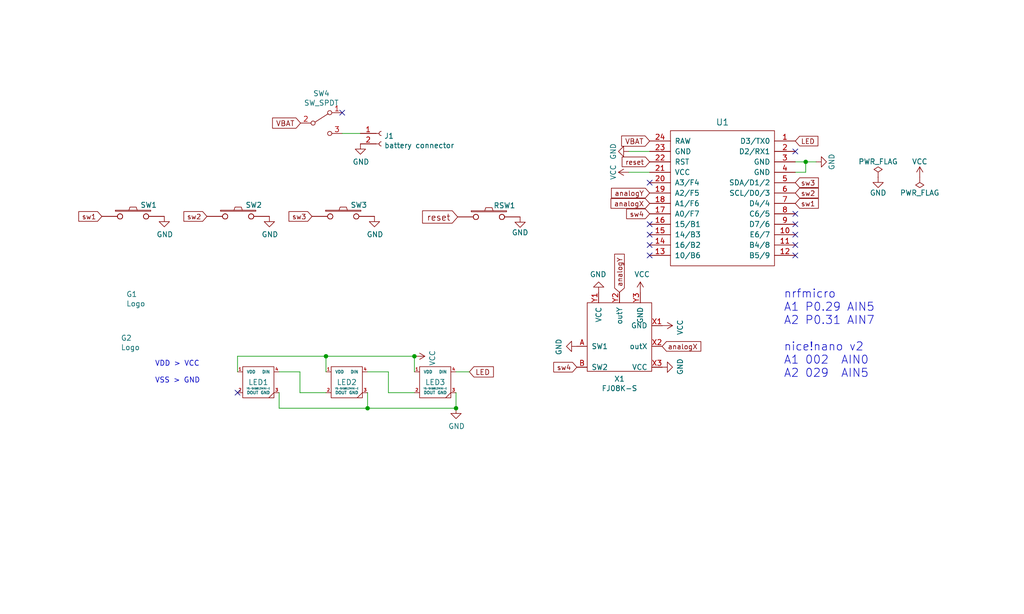
<source format=kicad_sch>
(kicad_sch (version 20211123) (generator eeschema)
  (paper "User" 250.012 150.012)
  (title_block (title "ANU") (date "2021-10-15") (rev "0.1") (company "Aroum"))
  (lib_symbols
    (symbol "Connector:Conn_01x02_Female" (pin_names (offset 1.016) hide)
      (property "Reference" "J" (at 0 2.54 0))
      (property "Value" "Conn_01x02_Female" (at 0 -5.08 0))
      (symbol "Conn_01x02_Female_1_1"
        (arc (start 0 -2.032) (mid -0.508 -2.54) (end 0 -3.048) (stroke (width 0.1524)))
        (polyline (pts (xy -1.27 -2.54) (xy -0.508 -2.54)) (stroke (width 0.1524)))
        (polyline (pts (xy -1.27 0) (xy -0.508 0)) (stroke (width 0.1524)))
        (arc (start 0 0.508) (mid -0.508 0) (end 0 -0.508) (stroke (width 0.1524)))
        (pin passive line (at -5.08 0 0) (length 3.81) (name "Pin_1") (number "1"))
        (pin passive line (at -5.08 -2.54 0) (length 3.81) (name "Pin_2") (number "2"))
      )
    )
    (symbol "Switch:SW_SPDT" (pin_names (offset 0) hide)
      (property "Reference" "SW" (at 0 4.318 0))
      (property "Value" "SW_SPDT" (at 0 -5.08 0))
      (symbol "SW_SPDT_0_0"
        (circle (center -2.032 0) (radius 0.508))
        (circle (center 2.032 -2.54) (radius 0.508))
      )
      (symbol "SW_SPDT_0_1"
        (polyline (pts (xy -1.524 0.254) (xy 1.651 2.286)))
        (circle (center 2.032 2.54) (radius 0.508))
      )
      (symbol "SW_SPDT_1_1"
        (pin passive line (at 5.08 2.54 180) (length 2.54) (name "A") (number "1"))
        (pin passive line (at -5.08 0 0) (length 2.54) (name "B") (number "2"))
        (pin passive line (at 5.08 -2.54 180) (length 2.54) (name "C") (number "3"))
      )
    )
    (symbol "anu_lib:FJ08K-S" (pin_names (offset 1.016))
      (property "Reference" "X" (at -0.762 -0.254 0))
      (property "Value" "anu_lib_FJ08K-S" (at -0.254 -5.588 0))
      (symbol "FJ08K-S_0_0"
        (pin passive line (at -10.414 -3.556 0) (length 2.54) (name "SW1") (number "A"))
        (pin passive line (at -10.414 -8.636 0) (length 2.54) (name "SW2") (number "B"))
        (pin passive line (at 10.414 1.524 180) (length 2.54) (name "GND") (number "X1"))
        (pin passive line (at 10.414 -3.556 180) (length 2.54) (name "outX") (number "X2"))
        (pin passive line (at 10.414 -8.636 180) (length 2.54) (name "VCC") (number "X3"))
        (pin passive line (at -5.08 9.652 270) (length 2.54) (name "VCC") (number "Y1"))
        (pin passive line (at 0 9.652 270) (length 2.54) (name "outY") (number "Y2"))
        (pin passive line (at 5.08 9.652 270) (length 2.54) (name "GND") (number "Y3"))
      )
      (symbol "FJ08K-S_0_1"
        (rectangle (start -7.874 7.112) (end 7.874 -9.652))
      )
    )
    (symbol "anu_lib:Logo" (pin_names (offset 1.016))
      (property "Reference" "U" (at -0.254 1.778 0))
      (property "Value" "anu_lib_Logo" (at -0.254 0.254 0))
    )
    (symbol "anu_lib:ProMicro_r" (pin_names (offset 1.016))
      (property "Reference" "U" (at 1.27 22.86 0))
      (property "Value" "anu_lib_ProMicro_r" (at 1.27 -15.24 0))
      (symbol "ProMicro_r_0_1"
        (rectangle (start 13.97 20.32) (end -11.43 -12.7))
      )
      (symbol "ProMicro_r_1_1"
        (pin bidirectional line (at 19.05 17.78 180) (length 5.08) (name "D3/TX0") (number "1"))
        (pin bidirectional line (at 19.05 -5.08 180) (length 5.08) (name "E6/7") (number "10"))
        (pin bidirectional line (at 19.05 -7.62 180) (length 5.08) (name "B4/8") (number "11"))
        (pin bidirectional line (at 19.05 -10.16 180) (length 5.08) (name "B5/9") (number "12"))
        (pin bidirectional line (at -16.51 -10.16 0) (length 5.08) (name "10/B6") (number "13"))
        (pin bidirectional line (at -16.51 -7.62 0) (length 5.08) (name "16/B2") (number "14"))
        (pin bidirectional line (at -16.51 -5.08 0) (length 5.08) (name "14/B3") (number "15"))
        (pin bidirectional line (at -16.51 -2.54 0) (length 5.08) (name "15/B1") (number "16"))
        (pin bidirectional line (at -16.51 0 0) (length 5.08) (name "A0/F7") (number "17"))
        (pin bidirectional line (at -16.51 2.54 0) (length 5.08) (name "A1/F6") (number "18"))
        (pin bidirectional line (at -16.51 5.08 0) (length 5.08) (name "A2/F5") (number "19"))
        (pin bidirectional line (at 19.05 15.24 180) (length 5.08) (name "D2/RX1") (number "2"))
        (pin bidirectional line (at -16.51 7.62 0) (length 5.08) (name "A3/F4") (number "20"))
        (pin power_in line (at -16.51 10.16 0) (length 5.08) (name "VCC") (number "21"))
        (pin input line (at -16.51 12.7 0) (length 5.08) (name "RST") (number "22"))
        (pin power_in line (at -16.51 15.24 0) (length 5.08) (name "GND") (number "23"))
        (pin power_out line (at -16.51 17.78 0) (length 5.08) (name "RAW") (number "24"))
        (pin power_in line (at 19.05 12.7 180) (length 5.08) (name "GND") (number "3"))
        (pin power_in line (at 19.05 10.16 180) (length 5.08) (name "GND") (number "4"))
        (pin bidirectional line (at 19.05 7.62 180) (length 5.08) (name "SDA/D1/2") (number "5"))
        (pin bidirectional line (at 19.05 5.08 180) (length 5.08) (name "SCL/D0/3") (number "6"))
        (pin bidirectional line (at 19.05 2.54 180) (length 5.08) (name "D4/4") (number "7"))
        (pin bidirectional line (at 19.05 0 180) (length 5.08) (name "C6/5") (number "8"))
        (pin bidirectional line (at 19.05 -2.54 180) (length 5.08) (name "D7/6") (number "9"))
      )
    )
    (symbol "anu_lib:SW_PUSH" (pin_numbers hide) (pin_names (offset 1.016) hide)
      (property "Reference" "SW" (at 3.81 2.794 0))
      (property "Value" "anu_lib_SW_PUSH" (at 0 -2.032 0))
      (symbol "SW_PUSH_0_1"
        (rectangle (start -4.318 1.27) (end 4.318 1.524))
        (polyline (pts (xy -1.016 1.524) (xy -0.762 2.286) (xy 0.762 2.286) (xy 1.016 1.524)))
        (pin passive inverted (at -7.62 0 0) (length 5.08) (name "1") (number "1"))
        (pin passive inverted (at 7.62 0 180) (length 5.08) (name "2") (number "2"))
      )
    )
    (symbol "anu_lib:YS-SK6812MINI-E" (pin_names (offset 1.016))
      (property "Reference" "LED" (at 0 0 0))
      (property "Value" "anu_lib_YS-SK6812MINI-E" (at 0 -1.524 0))
      (symbol "YS-SK6812MINI-E_0_1"
        (rectangle (start -3.81 3.81) (end 3.81 -3.81))
        (polyline (pts (xy 2.54 -3.81) (xy 3.81 -2.54)))
      )
      (symbol "YS-SK6812MINI-E_1_1"
        (pin power_in line (at -5.08 2.54 0) (length 1.1938) (name "VDD") (number "1"))
        (pin output line (at -5.08 -2.54 0) (length 1.1938) (name "DOUT") (number "2"))
        (pin power_in line (at 5.08 -2.54 180) (length 1.1938) (name "GND") (number "3"))
        (pin input line (at 5.08 2.54 180) (length 1.1938) (name "DIN") (number "4"))
      )
    )
    (symbol "power:GND" (power) (pin_names (offset 0))
      (property "Value" "GND" (at 0 -3.81 0))
      (symbol "GND_0_1"
        (polyline (pts (xy 0 0) (xy 0 -1.27) (xy 1.27 -1.27) (xy 0 -2.54) (xy -1.27 -1.27) (xy 0 -1.27)))
      )
      (symbol "GND_1_1"
        (pin power_in line (at 0 0 270) (length 0) hide (name "GND") (number "1"))
      )
    )
    (symbol "power:PWR_FLAG" (power) (pin_numbers hide) (pin_names (offset 0) hide)
      (property "Value" "PWR_FLAG" (at 0 3.81 0))
      (symbol "PWR_FLAG_0_0"
        (pin power_out line (at 0 0 90) (length 0) (name "pwr") (number "1"))
      )
      (symbol "PWR_FLAG_0_1"
        (polyline (pts (xy 0 0) (xy 0 1.27) (xy -1.016 1.905) (xy 0 2.54) (xy 1.016 1.905) (xy 0 1.27)))
      )
    )
    (symbol "power:VCC" (power) (pin_names (offset 0))
      (property "Value" "VCC" (at 0 3.81 0))
      (symbol "VCC_0_1"
        (polyline (pts (xy -0.762 1.27) (xy 0 2.54)))
        (polyline (pts (xy 0 0) (xy 0 2.54)))
        (polyline (pts (xy 0 2.54) (xy 0.762 1.27)))
      )
      (symbol "VCC_1_1"
        (pin power_in line (at 0 0 90) (length 0) hide (name "VCC") (number "1"))
      )
    )
  )
  (junction (at 89.7382 99.7458))
  (junction (at 196.6976 39.5478))
  (junction (at 101.1682 87.0458))
  (junction (at 111.3282 99.7458))
  (junction (at 79.5782 87.0458))
  (no_connect (at 158.5976 44.6278))
  (no_connect (at 194.1576 57.3278))
  (no_connect (at 57.9882 95.9358))
  (no_connect (at 194.1576 54.7878))
  (no_connect (at 158.5976 54.7878))
  (no_connect (at 158.5976 59.8678))
  (no_connect (at 83.5406 27.5336))
  (no_connect (at 158.5976 62.4078))
  (no_connect (at 194.1576 62.4078))
  (no_connect (at 194.1576 52.2478))
  (no_connect (at 158.5976 57.3278))
  (no_connect (at 194.1576 59.8678))
  (no_connect (at 194.1576 37.0078))
  (wire (pts (xy 68.1482 95.9358) (xy 68.1482 99.7458)))
  (wire (pts (xy 79.5782 87.0458) (xy 101.1682 87.0458)))
  (wire (pts (xy 196.6976 39.5478) (xy 194.1576 39.5478)))
  (wire (pts (xy 83.5406 32.6136) (xy 87.9856 32.6136)))
  (wire (pts (xy 196.6976 42.0878) (xy 196.6976 39.5478)))
  (wire (pts (xy 68.1482 99.7458) (xy 89.7382 99.7458)))
  (wire (pts (xy 158.5976 37.0078) (xy 153.5176 37.0078)))
  (wire (pts (xy 79.5782 87.0458) (xy 79.5782 90.8558)))
  (wire (pts (xy 158.5976 42.0878) (xy 153.5176 42.0878)))
  (wire (pts (xy 94.8182 90.8558) (xy 89.7382 90.8558)))
  (wire (pts (xy 111.3282 99.7458) (xy 111.3282 95.9358)))
  (wire (pts (xy 101.1682 87.0458) (xy 101.1682 90.8558)))
  (wire (pts (xy 199.2376 39.5478) (xy 196.6976 39.5478)))
  (wire (pts (xy 73.2282 90.8558) (xy 68.1482 90.8558)))
  (wire (pts (xy 79.5782 95.9358) (xy 73.2282 95.9358)))
  (wire (pts (xy 114.5794 90.8558) (xy 111.3282 90.8558)))
  (wire (pts (xy 94.8182 95.9358) (xy 94.8182 90.8558)))
  (wire (pts (xy 73.2282 95.9358) (xy 73.2282 90.8558)))
  (wire (pts (xy 57.9882 87.0458) (xy 79.5782 87.0458)))
  (wire (pts (xy 101.1682 95.9358) (xy 94.8182 95.9358)))
  (wire (pts (xy 111.3282 99.7458) (xy 89.7382 99.7458)))
  (wire (pts (xy 89.7382 99.7458) (xy 89.7382 95.9358)))
  (wire (pts (xy 57.9882 90.8558) (xy 57.9882 87.0458)))
  (wire (pts (xy 194.1576 42.0878) (xy 196.6976 42.0878)))
  (text "VDD > VCC\n\nVSS > GND" (at 37.7952 93.7768 0) (effects (font (size 1.27 1.27)) (justify left bottom)))
  (text "\nnrfmicro\nA1 P0.29 AIN5\nA2 P0.31 AIN7 \n\nnice!nano v2\nA1 002  AIN0\nA2 029  AIN5" (at 191.3128 92.4814 0) (effects (font (size 2.0066 2.0066)) (justify left bottom)))
  (global_label "sw1" (shape input) (at 24.8666 52.8828 180) (effects (font (size 1.1938 1.1938))) (property "Intersheet References" "${INTERSHEET_REFS}" (effects hide)))
  (global_label "LED" (shape input) (at 114.5794 90.8558 0) (property "Intersheet References" "${INTERSHEET_REFS}" (effects hide)))
  (global_label "sw2" (shape input) (at 194.1576 47.1678 0) (effects (font (size 1.1938 1.1938))) (property "Intersheet References" "${INTERSHEET_REFS}" (effects hide)))
  (global_label "sw3" (shape input) (at 194.1576 44.6278 0) (effects (font (size 1.1938 1.1938))) (property "Intersheet References" "${INTERSHEET_REFS}" (effects hide)))
  (global_label "reset" (shape input) (at 111.7346 53.0098 180) (effects (font (size 1.524 1.524))) (property "Intersheet References" "${INTERSHEET_REFS}" (effects hide)))
  (global_label "VBAT" (shape input) (at 73.3806 30.0736 180) (property "Intersheet References" "${INTERSHEET_REFS}" (effects hide)))
  (global_label "sw1" (shape input) (at 194.1576 49.7078 0) (effects (font (size 1.1938 1.1938))) (property "Intersheet References" "${INTERSHEET_REFS}" (effects hide)))
  (global_label "analogY" (shape input) (at 158.5976 47.1678 180) (effects (font (size 1.1938 1.1938))) (property "Intersheet References" "${INTERSHEET_REFS}" (effects hide)))
  (global_label "sw4" (shape input) (at 140.8176 89.7128 180) (effects (font (size 1.1938 1.1938))) (property "Intersheet References" "${INTERSHEET_REFS}" (effects hide)))
  (global_label "sw4" (shape input) (at 158.5976 52.2478 180) (effects (font (size 1.1938 1.1938))) (property "Intersheet References" "${INTERSHEET_REFS}" (effects hide)))
  (global_label "sw2" (shape input) (at 50.5206 52.8828 180) (effects (font (size 1.1938 1.1938))) (property "Intersheet References" "${INTERSHEET_REFS}" (effects hide)))
  (global_label "sw3" (shape input) (at 76.1746 52.8828 180) (effects (font (size 1.1938 1.1938))) (property "Intersheet References" "${INTERSHEET_REFS}" (effects hide)))
  (global_label "analogX" (shape input) (at 161.6456 84.6328 0) (effects (font (size 1.1938 1.1938))) (property "Intersheet References" "${INTERSHEET_REFS}" (effects hide)))
  (global_label "analogY" (shape input) (at 151.2316 71.4248 90) (effects (font (size 1.1938 1.1938))) (property "Intersheet References" "${INTERSHEET_REFS}" (effects hide)))
  (global_label "analogX" (shape input) (at 158.5976 49.7078 180) (effects (font (size 1.1938 1.1938))) (property "Intersheet References" "${INTERSHEET_REFS}" (effects hide)))
  (global_label "VBAT" (shape input) (at 158.5976 34.4678 180) (property "Intersheet References" "${INTERSHEET_REFS}" (effects hide)))
  (global_label "LED" (shape input) (at 194.1576 34.4678 0) (effects (font (size 1.1938 1.1938))) (property "Intersheet References" "${INTERSHEET_REFS}" (effects hide)))
  (global_label "reset" (shape input) (at 158.5976 39.5478 180) (effects (font (size 1.1938 1.1938))) (property "Intersheet References" "${INTERSHEET_REFS}" (effects hide)))
  (symbol (lib_id "anu_lib:SW_PUSH") (at 58.1406 52.8828 0) (unit 1)
    (property "Reference" "SW2" (at 61.9506 50.0888 0))
    (property "Value" "SW_PUSH" (effects hide))
    (property "Footprint" "anu_lib:ChocV1_1u" (effects hide))
  )
  (symbol (lib_id "anu_lib:SW_PUSH") (at 83.7946 52.8828 0) (unit 1)
    (property "Reference" "SW3" (at 87.6046 50.0888 0))
    (property "Value" "SW_PUSH" (effects hide))
    (property "Footprint" "anu_lib:ChocV1_1u" (effects hide))
  )
  (symbol (lib_id "anu_lib:SW_PUSH") (at 32.4866 52.8828 0) (unit 1)
    (property "Reference" "SW1" (at 36.2966 50.0888 0))
    (property "Value" "SW_PUSH" (effects hide))
    (property "Footprint" "anu_lib:ChocV1_1u" (effects hide))
  )
  (symbol (lib_id "power:GND") (at 199.2376 39.5478 90) (unit 1)
    (property "Reference" "#PWR08" (effects hide))
    (property "Value" "GND" (at 203.0476 39.5478 0))
  )
  (symbol (lib_id "power:GND") (at 214.376 43.307 0) (unit 1)
    (property "Reference" "#PWR04" (effects hide))
    (property "Value" "GND" (at 214.376 47.117 0))
  )
  (symbol (lib_id "power:VCC") (at 224.536 43.307 0) (unit 1)
    (property "Reference" "#PWR05" (effects hide))
    (property "Value" "VCC" (at 224.536 39.497 0))
  )
  (symbol (lib_id "power:PWR_FLAG") (at 224.536 43.307 180) (unit 1)
    (property "Reference" "#FLG02" (effects hide))
    (property "Value" "PWR_FLAG" (at 224.536 47.117 0))
  )
  (symbol (lib_id "power:PWR_FLAG") (at 214.376 43.307 0) (unit 1)
    (property "Reference" "#FLG01" (effects hide))
    (property "Value" "PWR_FLAG" (at 214.376 39.497 0))
  )
  (symbol (lib_id "anu_lib:YS-SK6812MINI-E") (at 106.2482 93.3958 0) (unit 1)
    (property "Reference" "LED3" (at 106.2482 93.3958 0) (effects (font (size 1.2954 1.2954))))
    (property "Value" "YS-SK6812MINI-E" (at 106.2482 94.9198 0) (effects (font (size 0.4064 0.4064))))
    (property "Footprint" "anu_lib:YS-SK6812MINI-E_small" (effects hide))
  )
  (symbol (lib_id "anu_lib:YS-SK6812MINI-E") (at 84.6582 93.3958 0) (unit 1)
    (property "Reference" "LED2" (at 84.6582 93.3958 0) (effects (font (size 1.2954 1.2954))))
    (property "Value" "YS-SK6812MINI-E" (at 84.6582 94.9198 0) (effects (font (size 0.4064 0.4064))))
    (property "Footprint" "anu_lib:YS-SK6812MINI-E_small" (effects hide))
  )
  (symbol (lib_id "anu_lib:YS-SK6812MINI-E") (at 63.0682 93.3958 0) (unit 1)
    (property "Reference" "LED1" (at 63.0682 93.3958 0) (effects (font (size 1.2954 1.2954))))
    (property "Value" "YS-SK6812MINI-E" (at 63.0682 94.9198 0) (effects (font (size 0.4064 0.4064))))
    (property "Footprint" "anu_lib:YS-SK6812MINI-E_small" (effects hide))
  )
  (symbol (lib_id "anu_lib:SW_PUSH") (at 119.3546 53.0098 0) (unit 1)
    (property "Reference" "RSW1" (at 123.1646 50.2158 0))
    (property "Value" "SW_PUSH" (effects hide))
    (property "Footprint" "anu_lib:SW_3x4x2_2legs" (effects hide))
  )
  (symbol (lib_id "power:GND") (at 126.9746 53.0098 0) (unit 1)
    (property "Reference" "#PWR0101" (effects hide))
    (property "Value" "GND" (at 126.9746 56.8198 0))
  )
  (symbol (lib_id "power:GND") (at 111.3282 99.7458 0) (unit 1)
    (property "Reference" "#PWR0107" (effects hide))
    (property "Value" "GND" (at 111.4552 104.14 0))
  )
  (symbol (lib_id "anu_lib:Logo") (at 28.8544 83.7438 0) (unit 1)
    (property "Reference" "G2" (at 29.4894 82.5754 0) (effects (justify left)))
    (property "Value" "Logo" (at 29.4894 84.8868 0) (effects (justify left)))
    (property "Footprint" "anu_lib:Logo_anu" (effects hide))
  )
  (symbol (lib_id "power:VCC") (at 101.1682 87.0458 270) (unit 1)
    (property "Reference" "#PWR0106" (effects hide))
    (property "Value" "VCC" (at 105.5624 87.4776 0))
  )
  (symbol (lib_id "anu_lib:ProMicro_r") (at 175.1076 52.2478 0) (unit 1)
    (property "Reference" "U1" (at 176.3776 29.8704 0) (effects (font (size 1.524 1.524))))
    (property "Value" "ProMicro_r" (effects hide))
    (property "Footprint" "anu_lib:ProMicro_v4" (effects hide))
  )
  (symbol (lib_id "anu_lib:Logo") (at 30.1752 73.0504 0) (unit 1)
    (property "Reference" "G1" (at 30.8102 71.882 0) (effects (justify left)))
    (property "Value" "Logo" (at 30.8102 74.1934 0) (effects (justify left)))
    (property "Footprint" "anu_lib:Logo_anu_cuneiform" (effects hide))
  )
  (symbol (lib_id "power:GND") (at 153.5176 37.0078 270) (unit 1)
    (property "Reference" "#PWR0111" (effects hide))
    (property "Value" "GND" (at 149.7076 37.0078 0))
  )
  (symbol (lib_id "power:VCC") (at 153.5176 42.0878 90) (unit 1)
    (property "Reference" "#PWR0112" (effects hide))
    (property "Value" "VCC" (at 149.7076 42.0878 0))
  )
  (symbol (lib_id "Switch:SW_SPDT") (at 78.4606 30.0736 0) (unit 1)
    (property "Reference" "SW4" (at 78.4606 22.8346 0))
    (property "Value" "SW_SPDT" (at 78.4606 25.146 0))
    (property "Footprint" "anu_lib:SW_MSK-12C02_duplex" (effects hide))
  )
  (symbol (lib_id "Connector:Conn_01x02_Female") (at 93.0656 32.6136 0) (unit 1)
    (property "Reference" "J1" (at 93.7768 33.2232 0) (effects (justify left)))
    (property "Value" "battery connector" (at 93.7768 35.5346 0) (effects (justify left)))
    (property "Footprint" "anu_lib:battery_conn_duplex" (effects hide))
  )
  (symbol (lib_id "power:GND") (at 87.9856 35.1536 0) (unit 1)
    (property "Reference" "#PWR0105" (effects hide))
    (property "Value" "GND" (at 88.1126 39.5478 0))
  )
  (symbol (lib_id "power:GND") (at 40.1066 52.8828 0) (unit 1)
    (property "Reference" "#PWR0102" (effects hide))
    (property "Value" "GND" (at 40.2336 57.277 0))
  )
  (symbol (lib_id "power:GND") (at 65.7606 52.8828 0) (unit 1)
    (property "Reference" "#PWR0103" (effects hide))
    (property "Value" "GND" (at 65.8876 57.277 0))
  )
  (symbol (lib_id "power:GND") (at 91.4146 52.8828 0) (unit 1)
    (property "Reference" "#PWR0104" (effects hide))
    (property "Value" "GND" (at 91.5416 57.277 0))
  )
  (symbol (lib_id "anu_lib:FJ08K-S") (at 151.2316 81.0768 0) (unit 1)
    (property "Reference" "X1" (at 151.2316 92.583 0))
    (property "Value" "FJ08K-S" (at 151.2316 94.8944 0))
    (property "Footprint" "anu_lib:FJ08K-S" (effects hide))
  )
  (symbol (lib_id "power:GND") (at 140.8176 84.6328 270) (unit 1)
    (property "Reference" "#PWR0114" (effects hide))
    (property "Value" "GND" (at 136.4234 84.7598 0))
  )
  (symbol (lib_id "power:VCC") (at 156.3116 71.4248 0) (unit 1)
    (property "Reference" "#PWR0108" (effects hide))
    (property "Value" "VCC" (at 156.7434 67.0306 0))
  )
  (symbol (lib_id "power:VCC") (at 161.6456 79.5528 270) (unit 1)
    (property "Reference" "#PWR0109" (effects hide))
    (property "Value" "VCC" (at 166.0398 79.9846 0))
  )
  (symbol (lib_id "power:GND") (at 161.6456 89.7128 90) (unit 1)
    (property "Reference" "#PWR0110" (effects hide))
    (property "Value" "GND" (at 166.0398 89.5858 0))
  )
  (symbol (lib_id "power:GND") (at 146.1516 71.4248 180) (unit 1)
    (property "Reference" "#PWR0113" (effects hide))
    (property "Value" "GND" (at 146.0246 67.0306 0))
  )
)
</source>
